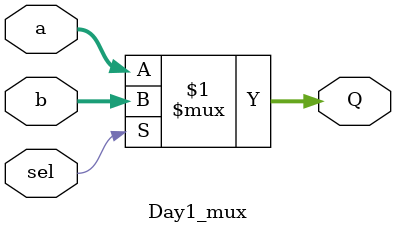
<source format=v>


module Day1_mux (Q, a,b,sel);

input [7:0] a,b;
input  sel;
output [7:0] Q;
assign Q = sel ? b : a;

endmodule

</source>
